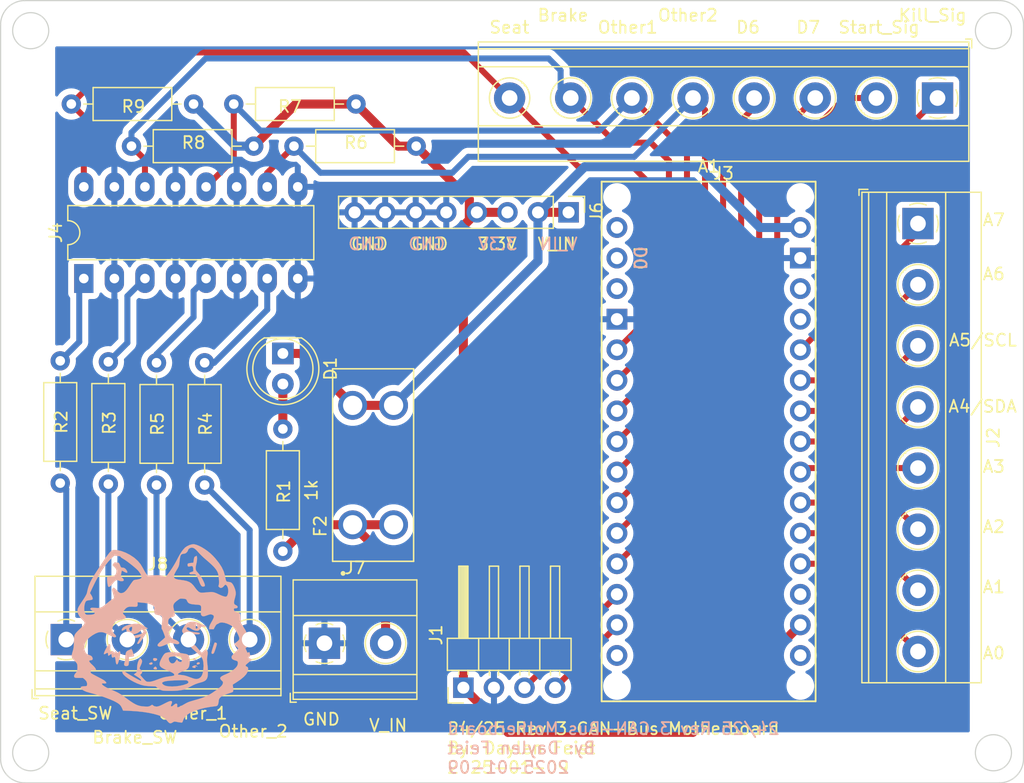
<source format=kicad_pcb>
(kicad_pcb (version 20240108) (generator "pcbnew") (generator_version "8.0")
  (layers (0 "F.Cu" signal) (31 "B.Cu" signal) (34 "B.Paste" user) (35 "F.Paste" user) (36 "B.SilkS" user "B.Silkscreen") (37 "F.SilkS" user "F.Silkscreen") (38 "B.Mask" user) (39 "F.Mask" user) (44 "Edge.Cuts" user))
  (net 0 "")
  (net 1 "Net-(D1-A)")
  (net 2 "/Input_Power/V_in_unreg")
  (net 3 "+3V3")
  (net 4 "GND")
  (net 5 "/Arduino/CAN_RX")
  (net 6 "/Arduino/CAN_TX")
  (net 7 "/Arduino/A7")
  (net 8 "/Arduino/A6")
  (net 9 "/Arduino/A5{slash}SCL")
  (net 10 "/Arduino/A4{slash}SDA")
  (net 11 "/Arduino/A3")
  (net 12 "/Arduino/A2")
  (net 13 "/Arduino/A1")
  (net 14 "/Arduino/A0")
  (net 15 "start_sig")
  (net 16 "kill_sig")
  (net 17 "/Arduino/D7")
  (net 18 "/Arduino/D6")
  (net 19 "brake_signal")
  (net 20 "seat_signal")
  (net 21 "Net-(J4-Pin_1)")
  (net 22 "Net-(J4-Pin_3)")
  (net 23 "Net-(J4-Pin_7)")
  (net 24 "/Safety Circuitry/seat_switch")
  (net 25 "/Safety Circuitry/brake_switch")
  (net 26 "Net-(J4-Pin_5)")
  (net 34 "+5V")
  (net 35 "other_sw2_sig")
  (net 36 "other_sw1_sig")
  (net 37 "VCC")
  (net 38 "/Safety Circuitry/other_sw2")
  (net 39 "/Safety Circuitry/other_sw1")
  (footprint "Resistor_THT:R_Axial_DIN0207_L6.3mm_D2.5mm_P10.16mm_Horizontal" (layer "F.Cu") (at 36.955 50.095 -90)
    (property "Reference" "R4" (at 5.08 -0.08 90) (layer "F.SilkS"))
    (property "Value" "10k")
    (pad "1" thru_hole circle (at 0 0 270) (size 1.6 1.6) (drill 0.8) (layers "*.Cu" "*.Mask") (net 23 "Net-(J4-Pin_7)"))
    (pad "2" thru_hole oval (at 10.16 0 270) (size 1.6 1.6) (drill 0.8) (layers "*.Cu" "*.Mask") (net 38 "/Safety Circuitry/other_sw2"))
  )
  (footprint "Resistor_THT:R_Axial_DIN0207_L6.3mm_D2.5mm_P10.16mm_Horizontal" (layer "F.Cu") (at 32.955 50.095 -90)
    (property "Reference" "R5" (at 5.08 -0.08 90) (layer "F.SilkS"))
    (property "Value" "10k")
    (pad "1" thru_hole circle (at 0 0 270) (size 1.6 1.6) (drill 0.8) (layers "*.Cu" "*.Mask") (net 26 "Net-(J4-Pin_5)"))
    (pad "2" thru_hole oval (at 10.16 0 270) (size 1.6 1.6) (drill 0.8) (layers "*.Cu" "*.Mask") (net 39 "/Safety Circuitry/other_sw1"))
  )
  (footprint "Resistor_THT:R_Axial_DIN0207_L6.3mm_D2.5mm_P10.16mm_Horizontal" (layer "F.Cu") (at 25.875 28.595)
    (property "Reference" "R9" (at 5.16 0.21 0) (layer "F.SilkS"))
    (property "Value" "10k")
    (pad "1" thru_hole circle (at 0 0) (size 1.6 1.6) (drill 0.8) (layers "*.Cu" "*.Mask") (net 20 "seat_signal"))
    (pad "2" thru_hole oval (at 10.16 0) (size 1.6 1.6) (drill 0.8) (layers "*.Cu" "*.Mask") (net 3 "+3V3"))
  )
  (footprint "TerminalBlock_Phoenix:TerminalBlock_Phoenix_MKDS-1,5-2-5.08_1x02_P5.08mm_Horizontal" (layer "F.Cu") (at 46.91 73.4)
    (property "Reference" "J7" (at 2.54 -6.26 0) (layer "F.SilkS"))
    (property "Value" "Conn_01x02_Pin")
    (pad "1" thru_hole rect (at 0 0) (size 2.6 2.6) (drill 1.3) (layers "*.Cu" "*.Mask") (net 4 "GND"))
    (pad "2" thru_hole circle (at 5.08 0) (size 2.6 2.6) (drill 1.3) (layers "*.Cu" "*.Mask") (net 2 "/Input_Power/V_in_unreg"))
  )
  (footprint "Package_DIP:DIP-16_W7.62mm_LongPads" (layer "F.Cu") (at 26.915 43.095 90)
    (property "Reference" "J4" (at 3.81 -2.33 90) (layer "F.SilkS"))
    (property "Value" "PC847X5J000F")
    (pad "1" thru_hole rect (at 0 0 90) (size 2.4 1.6) (drill 0.8) (layers "*.Cu" "*.Mask") (net 21 "Net-(J4-Pin_1)"))
    (pad "2" thru_hole oval (at 0 2.54 90) (size 2.4 1.6) (drill 0.8) (layers "*.Cu" "*.Mask") (net 4 "GND"))
    (pad "3" thru_hole oval (at 0 5.08 90) (size 2.4 1.6) (drill 0.8) (layers "*.Cu" "*.Mask") (net 22 "Net-(J4-Pin_3)"))
    (pad "4" thru_hole oval (at 0 7.62 90) (size 2.4 1.6) (drill 0.8) (layers "*.Cu" "*.Mask") (net 4 "GND"))
    (pad "5" thru_hole oval (at 0 10.16 90) (size 2.4 1.6) (drill 0.8) (layers "*.Cu" "*.Mask") (net 26 "Net-(J4-Pin_5)"))
    (pad "6" thru_hole oval (at 0 12.7 90) (size 2.4 1.6) (drill 0.8) (layers "*.Cu" "*.Mask") (net 4 "GND"))
    (pad "7" thru_hole oval (at 0 15.24 90) (size 2.4 1.6) (drill 0.8) (layers "*.Cu" "*.Mask") (net 23 "Net-(J4-Pin_7)"))
    (pad "8" thru_hole oval (at 0 17.78 90) (size 2.4 1.6) (drill 0.8) (layers "*.Cu" "*.Mask") (net 4 "GND"))
    (pad "9" thru_hole oval (at 7.62 17.78 90) (size 2.4 1.6) (drill 0.8) (layers "*.Cu" "*.Mask") (net 4 "GND"))
    (pad "10" thru_hole oval (at 7.62 15.24 90) (size 2.4 1.6) (drill 0.8) (layers "*.Cu" "*.Mask") (net 35 "other_sw2_sig"))
    (pad "11" thru_hole oval (at 7.62 12.7 90) (size 2.4 1.6) (drill 0.8) (layers "*.Cu" "*.Mask") (net 4 "GND"))
    (pad "12" thru_hole oval (at 7.62 10.16 90) (size 2.4 1.6) (drill 0.8) (layers "*.Cu" "*.Mask") (net 36 "other_sw1_sig"))
    (pad "13" thru_hole oval (at 7.62 7.62 90) (size 2.4 1.6) (drill 0.8) (layers "*.Cu" "*.Mask") (net 4 "GND"))
    (pad "14" thru_hole oval (at 7.62 5.08 90) (size 2.4 1.6) (drill 0.8) (layers "*.Cu" "*.Mask") (net 19 "brake_signal"))
    (pad "15" thru_hole oval (at 7.62 2.54 90) (size 2.4 1.6) (drill 0.8) (layers "*.Cu" "*.Mask") (net 4 "GND"))
    (pad "16" thru_hole oval (at 7.62 0 90) (size 2.4 1.6) (drill 0.8) (layers "*.Cu" "*.Mask") (net 20 "seat_signal"))
  )
  (footprint "TerminalBlock_Phoenix:TerminalBlock_Phoenix_MKDS-1,5-4-5.08_1x04_P5.08mm_Horizontal" (layer "F.Cu") (at 25.455 73.095)
    (property "Reference" "J8" (at 7.62 -6.26 0) (layer "F.SilkS"))
    (property "Value" "Conn_01x04_Male")
    (pad "1" thru_hole rect (at 0 0) (size 2.6 2.6) (drill 1.3) (layers "*.Cu" "*.Mask") (net 24 "/Safety Circuitry/seat_switch"))
    (pad "2" thru_hole circle (at 5.08 0) (size 2.6 2.6) (drill 1.3) (layers "*.Cu" "*.Mask") (net 25 "/Safety Circuitry/brake_switch"))
    (pad "3" thru_hole circle (at 10.16 0) (size 2.6 2.6) (drill 1.3) (layers "*.Cu" "*.Mask") (net 39 "/Safety Circuitry/other_sw1"))
    (pad "4" thru_hole circle (at 15.24 0) (size 2.6 2.6) (drill 1.3) (layers "*.Cu" "*.Mask") (net 38 "/Safety Circuitry/other_sw2"))
  )
  (footprint "Resistor_THT:R_Axial_DIN0207_L6.3mm_D2.5mm_P10.16mm_Horizontal" (layer "F.Cu") (at 24.955 49.935 -90)
    (property "Reference" "R2" (at 5.08 -0.08 90) (layer "F.SilkS"))
    (property "Value" "10k")
    (pad "1" thru_hole circle (at 0 0 270) (size 1.6 1.6) (drill 0.8) (layers "*.Cu" "*.Mask") (net 21 "Net-(J4-Pin_1)"))
    (pad "2" thru_hole oval (at 10.16 0 270) (size 1.6 1.6) (drill 0.8) (layers "*.Cu" "*.Mask") (net 24 "/Safety Circuitry/seat_switch"))
  )
  (footprint "Resistor_THT:R_Axial_DIN0207_L6.3mm_D2.5mm_P10.16mm_Horizontal" (layer "F.Cu") (at 39.375 28.595)
    (property "Reference" "R7" (at 4.66 0.21 0) (layer "F.SilkS"))
    (property "Value" "10k")
    (pad "1" thru_hole circle (at 0 0) (size 1.6 1.6) (drill 0.8) (layers "*.Cu" "*.Mask") (net 36 "other_sw1_sig"))
    (pad "2" thru_hole oval (at 10.16 0) (size 1.6 1.6) (drill 0.8) (layers "*.Cu" "*.Mask") (net 3 "+3V3"))
  )
  (footprint "Resistor_THT:R_Axial_DIN0207_L6.3mm_D2.5mm_P10.16mm_Horizontal" (layer "F.Cu") (at 28.955 50.015 -90)
    (property "Reference" "R3" (at 5.08 -0.08 90) (layer "F.SilkS"))
    (property "Value" "10k")
    (pad "1" thru_hole circle (at 0 0 270) (size 1.6 1.6) (drill 0.8) (layers "*.Cu" "*.Mask") (net 22 "Net-(J4-Pin_3)"))
    (pad "2" thru_hole oval (at 10.16 0 270) (size 1.6 1.6) (drill 0.8) (layers "*.Cu" "*.Mask") (net 25 "/Safety Circuitry/brake_switch"))
  )
  (footprint "arduino:Arduino_Nano_ESP32_Socket" (layer "F.Cu") (at 78.835 78.225)
    (property "Reference" "A1" (at 0 -44.45 0) (layer "F.SilkS"))
    (property "Value" "Arduino_Nano_ESP32_Socket")
    (fp_text user "D0" (at -5.715 -36.83 -90) (layer "B.SilkS") (effects (justify mirror)))
    (fp_text user "D0" (at -5.715 -36.83 -90) (layer "F.SilkS"))
    (pad "" np_thru_hole circle (at -7.62 -41.91) (size 1.8 1.8) (drill 1.8) (layers "F&B.Cu" "*.Mask"))
    (pad "" np_thru_hole circle (at -7.62 -1.27) (size 1.8 1.8) (drill 1.8) (layers "F&B.Cu" "*.Mask"))
    (pad "" np_thru_hole circle (at 7.62 -41.91) (size 1.8 1.8) (drill 1.8) (layers "F&B.Cu" "*.Mask"))
    (pad "" np_thru_hole circle (at 7.62 -1.27) (size 1.8 1.8) (drill 1.8) (layers "F&B.Cu" "*.Mask"))
    (pad "3V3" thru_hole circle (at 7.62 -6.35) (size 1.7272 1.7272) (drill 1.016) (layers "*.Cu" "*.Mask") (net 3 "+3V3"))
    (pad "5V" thru_hole circle (at 7.62 -31.75) (size 1.7272 1.7272) (drill 1.016) (layers "*.Cu" "*.Mask") (net 34 "+5V"))
    (pad "A0" thru_hole circle (at 7.62 -11.43) (size 1.7272 1.7272) (drill 1.016) (layers "*.Cu" "*.Mask") (net 14 "/Arduino/A0"))
    (pad "A1" thru_hole circle (at 7.62 -13.97) (size 1.7272 1.7272) (drill 1.016) (layers "*.Cu" "*.Mask") (net 13 "/Arduino/A1"))
    (pad "A2" thru_hole circle (at 7.62 -16.51) (size 1.7272 1.7272) (drill 1.016) (layers "*.Cu" "*.Mask") (net 12 "/Arduino/A2"))
    (pad "A3" thru_hole circle (at 7.62 -19.05) (size 1.7272 1.7272) (drill 1.016) (layers "*.Cu" "*.Mask") (net 11 "/Arduino/A3"))
    (pad "A4" thru_hole circle (at 7.62 -21.59) (size 1.7272 1.7272) (drill 1.016) (layers "*.Cu" "*.Mask") (net 10 "/Arduino/A4{slash}SDA"))
    (pad "A5" thru_hole circle (at 7.62 -24.13) (size 1.7272 1.7272) (drill 1.016) (layers "*.Cu" "*.Mask") (net 9 "/Arduino/A5{slash}SCL"))
    (pad "A6" thru_hole circle (at 7.62 -26.67) (size 1.7272 1.7272) (drill 1.016) (layers "*.Cu" "*.Mask") (net 8 "/Arduino/A6"))
    (pad "A7" thru_hole circle (at 7.62 -29.21) (size 1.7272 1.7272) (drill 1.016) (layers "*.Cu" "*.Mask") (net 7 "/Arduino/A7"))
    (pad "B0" thru_hole circle (at 7.62 -8.89) (size 1.7272 1.7272) (drill 1.016) (layers "*.Cu" "*.Mask"))
    (pad "B1" thru_hole circle (at 7.62 -34.29) (size 1.7272 1.7272) (drill 1.016) (layers "*.Cu" "*.Mask"))
    (pad "D0" thru_hole circle (at -7.62 -36.83) (size 1.7272 1.7272) (drill 1.016) (layers "*.Cu" "*.Mask"))
    (pad "D1" thru_hole circle (at -7.62 -39.37) (size 1.7272 1.7272) (drill 1.016) (layers "*.Cu" "*.Mask"))
    (pad "D2" thru_hole circle (at -7.62 -29.21) (size 1.7272 1.7272) (drill 1.016) (layers "*.Cu" "*.Mask") (net 20 "seat_signal"))
    (pad "D3" thru_hole circle (at -7.62 -26.67) (size 1.7272 1.7272) (drill 1.016) (layers "*.Cu" "*.Mask") (net 19 "brake_signal"))
    (pad "D4" thru_hole circle (at -7.62 -24.13) (size 1.7272 1.7272) (drill 1.016) (layers "*.Cu" "*.Mask") (net 36 "other_sw1_sig"))
    (pad "D5" thru_hole circle (at -7.62 -21.59) (size 1.7272 1.7272) (drill 1.016) (layers "*.Cu" "*.Mask") (net 35 "other_sw2_sig"))
    (pad "D6" thru_hole circle (at -7.62 -19.05) (size 1.7272 1.7272) (drill 1.016) (layers "*.Cu" "*.Mask") (net 18 "/Arduino/D6"))
    (pad "D7" thru_hole circle (at -7.62 -16.51) (size 1.7272 1.7272) (drill 1.016) (layers "*.Cu" "*.Mask") (net 17 "/Arduino/D7"))
    (pad "D8" thru_hole circle (at -7.62 -13.97) (size 1.7272 1.7272) (drill 1.016) (layers "*.Cu" "*.Mask") (net 15 "start_sig"))
    (pad "D9" thru_hole circle (at -7.62 -11.43) (size 1.7272 1.7272) (drill 1.016) (layers "*.Cu" "*.Mask") (net 16 "kill_sig"))
    (pad "D10" thru_hole circle (at -7.62 -8.89) (size 1.7272 1.7272) (drill 1.016) (layers "*.Cu" "*.Mask") (net 5 "/Arduino/CAN_RX"))
    (pad "D11" thru_hole circle (at -7.62 -6.35) (size 1.7272 1.7272) (drill 1.016) (layers "*.Cu" "*.Mask") (net 6 "/Arduino/CAN_TX"))
    (pad "D12" thru_hole circle (at -7.62 -3.81) (size 1.7272 1.7272) (drill 1.016) (layers "*.Cu" "*.Mask"))
    (pad "D13" thru_hole circle (at 7.62 -3.81) (size 1.7272 1.7272) (drill 1.016) (layers "*.Cu" "*.Mask"))
    (pad "GND1" thru_hole rect (at -7.62 -31.75) (size 1.7272 1.7272) (drill 1.016) (layers "*.Cu" "*.Mask") (net 4 "GND"))
    (pad "GND2" thru_hole rect (at 7.62 -36.83) (size 1.7272 1.7272) (drill 1.016) (layers "*.Cu" "*.Mask") (net 4 "GND"))
    (pad "RST" thru_hole circle (at -7.62 -34.29) (size 1.7272 1.7272) (drill 1.016) (layers "*.Cu" "*.Mask"))
    (pad "VIN" thru_hole circle (at 7.62 -39.37) (size 1.7272 1.7272) (drill 1.016) (layers "*.Cu" "*.Mask") (net 37 "VCC"))
  )
  (footprint "Resistor_THT:R_Axial_DIN0207_L6.3mm_D2.5mm_P10.16mm_Horizontal" (layer "F.Cu") (at 43.455 65.755 90)
    (property "Reference" "R1" (at 4.95 0.08 90) (layer "F.SilkS"))
    (property "Value" "1k" (at 5.08 2.37 90) (layer "F.SilkS"))
    (pad "1" thru_hole circle (at 0 0 90) (size 1.6 1.6) (drill 0.8) (layers "*.Cu" "*.Mask") (net 2 "/Input_Power/V_in_unreg"))
    (pad "2" thru_hole oval (at 10.16 0 90) (size 1.6 1.6) (drill 0.8) (layers "*.Cu" "*.Mask") (net 1 "Net-(D1-A)"))
  )
  (footprint "fuse:FUSE_3568" (layer "F.Cu") (at 50.955 58.595 90)
    (property "Reference" "F2" (at -5.075 -4.385 90) (layer "F.SilkS"))
    (property "Value" "3568")
    (pad "1" thru_hole circle (at -4.96 -1.7 90) (size 2.4 2.4) (drill 1.6) (layers "*.Cu" "*.Mask") (net 2 "/Input_Power/V_in_unreg"))
    (pad "2" thru_hole circle (at 4.96 -1.7 90) (size 2.4 2.4) (drill 1.6) (layers "*.Cu" "*.Mask") (net 37 "VCC"))
    (pad "3" thru_hole circle (at -4.96 1.7 90) (size 2.4 2.4) (drill 1.6) (layers "*.Cu" "*.Mask") (net 2 "/Input_Power/V_in_unreg"))
    (pad "4" thru_hole circle (at 4.96 1.7 90) (size 2.4 2.4) (drill 1.6) (layers "*.Cu" "*.Mask") (net 37 "VCC"))
  )
  (footprint "Connector_PinHeader_2.54mm:PinHeader_1x04_P2.54mm_Horizontal" (layer "F.Cu") (at 58.455 77.095 90)
    (property "Reference" "J1" (at 4.385 -2.27 90) (layer "F.SilkS"))
    (property "Value" "Conn_01x04_Pin")
    (pad "1" thru_hole rect (at 0 0 90) (size 1.7 1.7) (drill 1) (layers "*.Cu" "*.Mask") (net 3 "+3V3"))
    (pad "2" thru_hole oval (at 0 2.54 90) (size 1.7 1.7) (drill 1) (layers "*.Cu" "*.Mask") (net 4 "GND"))
    (pad "3" thru_hole oval (at 0 5.08 90) (size 1.7 1.7) (drill 1) (layers "*.Cu" "*.Mask") (net 5 "/Arduino/CAN_RX"))
    (pad "4" thru_hole oval (at 0 7.62 90) (size 1.7 1.7) (drill 1) (layers "*.Cu" "*.Mask") (net 6 "/Arduino/CAN_TX"))
  )
  (footprint "TerminalBlock_Phoenix:TerminalBlock_Phoenix_MKDS-1,5-8-5.08_1x08_P5.08mm_Horizontal" (layer "F.Cu") (at 97.855 28.095 180)
    (property "Reference" "J3" (at 17.78 -6.26 0) (layer "F.SilkS"))
    (property "Value" "Conn_01x08_Male")
    (pad "1" thru_hole rect (at 0 0 180) (size 2.6 2.6) (drill 1.3) (layers "*.Cu" "*.Mask") (net 16 "kill_sig"))
    (pad "2" thru_hole circle (at 5.08 0 180) (size 2.6 2.6) (drill 1.3) (layers "*.Cu" "*.Mask") (net 15 "start_sig"))
    (pad "3" thru_hole circle (at 10.16 0 180) (size 2.6 2.6) (drill 1.3) (layers "*.Cu" "*.Mask") (net 17 "/Arduino/D7"))
    (pad "4" thru_hole circle (at 15.24 0 180) (size 2.6 2.6) (drill 1.3) (layers "*.Cu" "*.Mask") (net 18 "/Arduino/D6"))
    (pad "5" thru_hole circle (at 20.32 0 180) (size 2.6 2.6) (drill 1.3) (layers "*.Cu" "*.Mask") (net 35 "other_sw2_sig"))
    (pad "6" thru_hole circle (at 25.4 0 180) (size 2.6 2.6) (drill 1.3) (layers "*.Cu" "*.Mask") (net 36 "other_sw1_sig"))
    (pad "7" thru_hole circle (at 30.48 0 180) (size 2.6 2.6) (drill 1.3) (layers "*.Cu" "*.Mask") (net 19 "brake_signal"))
    (pad "8" thru_hole circle (at 35.56 0 180) (size 2.6 2.6) (drill 1.3) (layers "*.Cu" "*.Mask") (net 20 "seat_signal"))
  )
  (footprint "Resistor_THT:R_Axial_DIN0207_L6.3mm_D2.5mm_P10.16mm_Horizontal" (layer "F.Cu") (at 30.875 32.095)
    (property "Reference" "R8" (at 5.16 -0.29 0) (layer "F.SilkS"))
    (property "Value" "10k")
    (pad "1" thru_hole circle (at 0 0) (size 1.6 1.6) (drill 0.8) (layers "*.Cu" "*.Mask") (net 19 "brake_signal"))
    (pad "2" thru_hole oval (at 10.16 0) (size 1.6 1.6) (drill 0.8) (layers "*.Cu" "*.Mask") (net 3 "+3V3"))
  )
  (footprint "Resistor_THT:R_Axial_DIN0207_L6.3mm_D2.5mm_P10.16mm_Horizontal" (layer "F.Cu") (at 44.375 32.095)
    (property "Reference" "R6" (at 5.16 -0.29 0) (layer "F.SilkS"))
    (property "Value" "10k")
    (pad "1" thru_hole circle (at 0 0) (size 1.6 1.6) (drill 0.8) (layers "*.Cu" "*.Mask") (net 35 "other_sw2_sig"))
    (pad "2" thru_hole oval (at 10.16 0) (size 1.6 1.6) (drill 0.8) (layers "*.Cu" "*.Mask") (net 3 "+3V3"))
  )
  (footprint "Connector_PinHeader_2.54mm:PinHeader_1x08_P2.54mm_Vertical" (layer "F.Cu") (at 67.195 37.595 -90)
    (property "Reference" "J6" (at 0 -2.33 90) (layer "F.SilkS"))
    (property "Value" "Conn_01x08_Pin")
    (pad "1" thru_hole rect (at 0 0 270) (size 1.7 1.7) (drill 1) (layers "*.Cu" "*.Mask") (net 37 "VCC"))
    (pad "2" thru_hole oval (at 0 2.54 270) (size 1.7 1.7) (drill 1) (layers "*.Cu" "*.Mask") (net 37 "VCC"))
    (pad "3" thru_hole oval (at 0 5.08 270) (size 1.7 1.7) (drill 1) (layers "*.Cu" "*.Mask") (net 3 "+3V3"))
    (pad "4" thru_hole oval (at 0 7.62 270) (size 1.7 1.7) (drill 1) (layers "*.Cu" "*.Mask") (net 3 "+3V3"))
    (pad "5" thru_hole oval (at 0 10.16 270) (size 1.7 1.7) (drill 1) (layers "*.Cu" "*.Mask") (net 4 "GND"))
    (pad "6" thru_hole oval (at 0 12.7 270) (size 1.7 1.7) (drill 1) (layers "*.Cu" "*.Mask") (net 4 "GND"))
    (pad "7" thru_hole oval (at 0 15.24 270) (size 1.7 1.7) (drill 1) (layers "*.Cu" "*.Mask") (net 4 "GND"))
    (pad "8" thru_hole oval (at 0 17.78 270) (size 1.7 1.7) (drill 1) (layers "*.Cu" "*.Mask") (net 4 "GND"))
  )
  (footprint "LED_THT:LED_D5.0mm" (layer "F.Cu") (at 43.455 49.32 -90)
    (property "Reference" "D1" (at 1.27 -3.96 90) (layer "F.SilkS"))
    (property "Value" "LED")
    (pad "1" thru_hole rect (at 0 0 270) (size 1.8 1.8) (drill 0.9) (layers "*.Cu" "*.Mask") (net 37 "VCC"))
    (pad "2" thru_hole circle (at 2.54 0 270) (size 1.8 1.8) (drill 0.9) (layers "*.Cu" "*.Mask") (net 1 "Net-(D1-A)"))
  )
  (footprint "TerminalBlock_Phoenix:TerminalBlock_Phoenix_MKDS-1,5-8-5.08_1x08_P5.08mm_Horizontal" (layer "F.Cu") (at 96.23 38.525 -90)
    (property "Reference" "J2" (at 17.78 -6.26 90) (layer "F.SilkS"))
    (property "Value" "Conn_01x08_Male")
    (pad "1" thru_hole rect (at 0 0 270) (size 2.6 2.6) (drill 1.3) (layers "*.Cu" "*.Mask") (net 7 "/Arduino/A7"))
    (pad "2" thru_hole circle (at 5.08 0 270) (size 2.6 2.6) (drill 1.3) (layers "*.Cu" "*.Mask") (net 8 "/Arduino/A6"))
    (pad "3" thru_hole circle (at 10.16 0 270) (size 2.6 2.6) (drill 1.3) (layers "*.Cu" "*.Mask") (net 9 "/Arduino/A5{slash}SCL"))
    (pad "4" thru_hole circle (at 15.24 0 270) (size 2.6 2.6) (drill 1.3) (layers "*.Cu" "*.Mask") (net 10 "/Arduino/A4{slash}SDA"))
    (pad "5" thru_hole circle (at 20.32 0 270) (size 2.6 2.6) (drill 1.3) (layers "*.Cu" "*.Mask") (net 11 "/Arduino/A3"))
    (pad "6" thru_hole circle (at 25.4 0 270) (size 2.6 2.6) (drill 1.3) (layers "*.Cu" "*.Mask") (net 12 "/Arduino/A2"))
    (pad "7" thru_hole circle (at 30.48 0 270) (size 2.6 2.6) (drill 1.3) (layers "*.Cu" "*.Mask") (net 13 "/Arduino/A1"))
    (pad "8" thru_hole circle (at 35.56 0 270) (size 2.6 2.6) (drill 1.3) (layers "*.Cu" "*.Mask") (net 14 "/Arduino/A0"))
  )
  (footprint "Husky Head Graphic:Husky_Head" (layer "B.Cu") (at 33.075 72.79 180)
    (property "Reference" "G***" (hide yes))
    (property "Value" "LOGO" (hide yes))
  )
  (gr_line (start 22 20) (end 103 20) (stroke (width 0.1)) (layer "Edge.Cuts"))
  (gr_arc (start 103 20) (mid 104.414214 20.585786) (end 105 22) (stroke (width 0.1)) (layer "Edge.Cuts"))
  (gr_circle (center 22.5 82.5) (end 24 82.5) (stroke (width 0.1)) (fill none) (layer "Edge.Cuts"))
  (gr_circle (center 102.5 22.5) (end 104 22.5) (stroke (width 0.1)) (fill none) (layer "Edge.Cuts"))
  (gr_circle (center 22.5 22.5) (end 24 22.5) (stroke (width 0.1)) (fill none) (layer "Edge.Cuts"))
  (gr_arc (start 22 85) (mid 20.585786 84.414214) (end 20 83) (stroke (width 0.1)) (layer "Edge.Cuts"))
  (gr_line (start 20 83) (end 20 22) (stroke (width 0.1)) (layer "Edge.Cuts"))
  (gr_line (start 105 22) (end 105 83) (stroke (width 0.1)) (layer "Edge.Cuts"))
  (gr_line (start 103 85) (end 22 85) (stroke (width 0.1)) (layer "Edge.Cuts"))
  (gr_arc (start 105 83) (mid 104.414214 84.414214) (end 103 85) (stroke (width 0.1)) (layer "Edge.Cuts"))
  (gr_arc (start 20 22) (mid 20.585786 20.585786) (end 22 20) (stroke (width 0.1)) (layer "Edge.Cuts"))
  (gr_circle (center 102.5 82.5) (end 104 82.5) (stroke (width 0.1)) (fill none) (layer "Edge.Cuts"))
  (gr_text "GND" (at 52.035 40.805 -0) (layer "B.SilkS") (effects (font (size 1 1)) (justify left bottom mirror)))
  (gr_text "V_IN" (at 68.035 40.805 -0) (layer "B.SilkS") (effects (font (size 1 1)) (justify left bottom mirror)))
  (gr_text "3.3V" (at 63.035 40.805 -0) (layer "B.SilkS") (effects (font (size 1 1)) (justify left bottom mirror)))
  (gr_text "24/25 Rev 3 CAN-Bus Motherboard\nBy: Daylen Feist\n2025-01-09\n" (at 57.035 84.305 0) (layer "B.SilkS") (effects (font (size 1 1)) (justify right bottom mirror)))
  (gr_text "GND" (at 57.035 40.805 -0) (layer "B.SilkS") (effects (font (size 1 1)) (justify left bottom mirror)))
  (gr_text "A3" (at 103.535 59.305 0) (layer "F.SilkS") (effects (font (size 1 1)) (justify right bottom)))
  (gr_text "A1\n" (at 103.535 69.305 0) (layer "F.SilkS") (effects (font (size 1 1)) (justify right bottom)))
  (gr_text "A6" (at 103.535 43.305 0) (layer "F.SilkS") (effects (font (size 1 1)) (justify right bottom)))
  (gr_text "Other_1\n" (at 33.035 79.805 0) (layer "F.SilkS") (effects (font (size 1 1)) (justify left bottom)))
  (gr_text "A7" (at 103.535 38.805 0) (layer "F.SilkS") (effects (font (size 1 1)) (justify right bottom)))
  (gr_text "A0\n" (at 103.535 74.805 0) (layer "F.SilkS") (effects (font (size 1 1)) (justify right bottom)))
  (gr_text "GND" (at 45.035 80.305 0) (layer "F.SilkS") (effects (font (size 1 1)) (justify left bottom)))
  (gr_text "Brake\n" (at 64.535 21.805 0) (layer "F.SilkS") (effects (font (size 1 1)) (justify left bottom)))
  (gr_text "Seat" (at 60.535 22.805 0) (layer "F.SilkS") (effects (font (size 1 1)) (justify left bottom)))
  (gr_text "GND" (at 49.035 40.805 0) (layer "F.SilkS") (effects (font (size 1 1)) (justify left bottom)))
  (gr_text "D6" (at 81.035 22.805 0) (layer "F.SilkS") (effects (font (size 1 1)) (justify left bottom)))
  (gr_text "V_IN" (at 64.535 40.805 0) (layer "F.SilkS") (effects (font (size 1 1)) (justify left bottom)))
  (gr_text "Other2\n" (at 74.535 21.805 0) (layer "F.SilkS") (effects (font (size 1 1)) (justify left bottom)))
  (gr_text "Kill_Sig\n" (at 94.535 21.805 0) (layer "F.SilkS") (effects (font (size 1 1)) (justify left bottom)))
  (gr_text "Start_Sig\n" (at 89.535 22.805 0) (layer "F.SilkS") (effects (font (size 1 1)) (justify left bottom)))
  (gr_text "Seat_SW\n" (at 23.035 79.805 0) (layer "F.SilkS") (effects (font (size 1 1)) (justify left bottom)))
  (gr_text "3.3V" (at 59.535 40.805 0) (layer "F.SilkS") (effects (font (size 1 1)) (justify left bottom)))
  (gr_text "D7\n" (at 86.035 22.805 0) (layer "F.SilkS") (effects (font (size 1 1)) (justify left bottom)))
  (gr_text "Brake_SW\n" (at 27.535 81.805 0) (layer "F.SilkS") (effects (font (size 1 1)) (justify left bottom)))
  (gr_text "24/25 Rev 3 CAN-Bus Motherboard\nBy: Daylen Feist\n2025-01-09\n" (at 57.035 84.305 0) (layer "F.SilkS") (effects (font (size 1 1)) (justify left bottom)))
  (gr_text "A2\n" (at 103.535 64.305 0) (layer "F.SilkS") (effects (font (size 1 1)) (justify right bottom)))
  (gr_text "GND" (at 54.035 40.805 0) (layer "F.SilkS") (effects (font (size 1 1)) (justify left bottom)))
  (gr_text "Other1" (at 69.535 22.805 0) (layer "F.SilkS") (effects (font (size 1 1)) (justify left bottom)))
  (gr_text "A4/SDA\n" (at 104.535 54.305 0) (layer "F.SilkS") (effects (font (size 1 1)) (justify right bottom)))
  (gr_text "Other_2" (at 38.035 81.305 0) (layer "F.SilkS") (effects (font (size 1 1)) (justify left bottom)))
  (gr_text "A5/SCL\n" (at 104.535 48.805 0) (layer "F.SilkS") (effects (font (size 1 1)) (justify right bottom)))
  (gr_text "V_IN" (at 50.535 80.805 0) (layer "F.SilkS") (effects (font (size 1 1)) (justify left bottom)))
  (segment (start 43.455 51.86) (end 43.455 55.595) (width 0.75) (layer "F.Cu") (net 1))
  (segment (start 49.255 63.555) (end 52.655 63.555) (width 0.75) (layer "F.Cu") (net 2))
  (segment (start 51.99 66.29) (end 49.255 63.555) (width 0.75) (layer "F.Cu") (net 2))
  (segment (start 49.255 63.555) (end 45.655 63.555) (width 0.75) (layer "F.Cu") (net 2))
  (segment (start 45.655 63.555) (end 43.455 65.755) (width 0.75) (layer "F.Cu") (net 2))
  (segment (start 51.99 73.4) (end 51.99 66.29) (width 0.75) (layer "F.Cu") (net 2))
  (segment (start 58.455 38.715) (end 58.95 38.22) (width 0.75) (layer "F.Cu") (net 3))
  (segment (start 58.95 36.51) (end 54.535 32.095) (width 0.75) (layer "F.Cu") (net 3))
  (segment (start 58.95 38.22) (end 58.95 36.51) (width 0.75) (layer "F.Cu") (net 3))
  (segment (start 62.165 80.805) (end 77.525 80.805) (width 0.75) (layer "F.Cu") (net 3))
  (segment (start 54.535 32.095) (end 53.035 32.095) (width 0.75) (layer "F.Cu") (net 3))
  (segment (start 53.035 32.095) (end 49.535 28.595) (width 0.75) (layer "F.Cu") (net 3))
  (segment (start 58.455 38.715) (end 59.575 37.595) (width 0.75) (layer "F.Cu") (net 3))
  (segment (start 77.525 80.805) (end 86.455 71.875) (width 0.75) (layer "F.Cu") (net 3))
  (segment (start 58.455 77.095) (end 58.455 38.715) (width 0.75) (layer "F.Cu") (net 3))
  (segment (start 58.455 77.095) (end 62.165 80.805) (width 0.75) (layer "F.Cu") (net 3))
  (segment (start 59.575 37.595) (end 62.115 37.595) (width 0.75) (layer "F.Cu") (net 3))
  (segment (start 49.535 28.595) (end 44.535 28.595) (width 0.75) (layer "F.Cu") (net 3))
  (segment (start 44.535 28.595) (end 41.035 32.095) (width 0.75) (layer "F.Cu") (net 3))
  (segment (start 39.535 32.095) (end 36.035 28.595) (width 0.75) (layer "B.Cu") (net 3))
  (segment (start 41.035 32.095) (end 39.535 32.095) (width 0.75) (layer "B.Cu") (net 3))
  (segment (start 71.215 69.415) (end 71.215 69.335) (width 0.5) (layer "F.Cu") (net 5))
  (segment (start 63.535 77.095) (end 71.215 69.415) (width 0.5) (layer "F.Cu") (net 5))
  (segment (start 66.075 77.095) (end 71.215 71.955) (width 0.5) (layer "F.Cu") (net 6))
  (segment (start 71.215 71.955) (end 71.215 71.875) (width 0.5) (layer "F.Cu") (net 6))
  (segment (start 96.23 38.525) (end 96.23 39.24) (width 0.5) (layer "F.Cu") (net 7))
  (segment (start 96.23 39.24) (end 86.455 49.015) (width 0.5) (layer "F.Cu") (net 7))
  (segment (start 88.28 51.555) (end 86.455 51.555) (width 0.5) (layer "F.Cu") (net 8))
  (segment (start 96.23 43.605) (end 88.28 51.555) (width 0.5) (layer "F.Cu") (net 8))
  (segment (start 96.23 48.685) (end 90.82 54.095) (width 0.5) (layer "F.Cu") (net 9))
  (segment (start 90.82 54.095) (end 86.455 54.095) (width 0.5) (layer "F.Cu") (net 9))
  (segment (start 96.23 53.765) (end 93.36 56.635) (width 0.5) (layer "F.Cu") (net 10))
  (segment (start 93.36 56.635) (end 86.455 56.635) (width 0.5) (layer "F.Cu") (net 10))
  (segment (start 86.785 58.845) (end 86.455 59.175) (width 0.5) (layer "F.Cu") (net 11))
  (segment (start 96.23 58.845) (end 86.785 58.845) (width 0.5) (layer "F.Cu") (net 11))
  (segment (start 94.02 61.715) (end 96.23 63.925) (width 0.5) (layer "F.Cu") (net 12))
  (segment (start 86.455 61.715) (end 94.02 61.715) (width 0.5) (layer "F.Cu") (net 12))
  (segment (start 86.455 64.255) (end 91.48 64.255) (width 0.5) (layer "F.Cu") (net 13))
  (segment (start 91.48 64.255) (end 96.23 69.005) (width 0.5) (layer "F.Cu") (net 13))
  (segment (start 88.94 66.795) (end 96.23 74.085) (width 0.5) (layer "F.Cu") (net 14))
  (segment (start 86.455 66.795) (end 88.94 66.795) (width 0.5) (layer "F.Cu") (net 14))
  (segment (start 90.169874 28.095) (end 83.035 35.229874) (width 0.5) (layer "F.Cu") (net 15))
  (segment (start 83.035 52.435) (end 71.215 64.255) (width 0.5) (layer "F.Cu") (net 15))
  (segment (start 83.035 35.229874) (end 83.035 52.435) (width 0.5) (layer "F.Cu") (net 15))
  (segment (start 92.775 28.095) (end 90.169874 28.095) (width 0.5) (layer "F.Cu") (net 15))
  (segment (start 84.535 36.255101) (end 84.535 53.475) (width 0.5) (layer "F.Cu") (net 16))
  (segment (start 86.985101 33.805) (end 84.535 36.255101) (width 0.5) (layer "F.Cu") (net 16))
  (segment (start 97.855 28.095) (end 92.145 33.805) (width 0.5) (layer "F.Cu") (net 16))
  (segment (start 84.535 53.475) (end 71.215 66.795) (width 0.5) (layer "F.Cu") (net 16))
  (segment (start 92.145 33.805) (end 86.985101 33.805) (width 0.5) (layer "F.Cu") (net 16))
  (segment (start 87.695 28.095) (end 81.535 34.255) (width 0.5) (layer "F.Cu") (net 17))
  (segment (start 81.535 51.395) (end 71.215 61.715) (width 0.5) (layer "F.Cu") (net 17))
  (segment (start 81.535 34.255) (end 81.535 51.395) (width 0.5) (layer "F.Cu") (net 17))
  (segment (start 82.615 28.885) (end 80.035 31.465) (width 0.5) (layer "F.Cu") (net 18))
  (segment (start 80.035 31.465) (end 80.035 50.355) (width 0.5) (layer "F.Cu") (net 18))
  (segment (start 80.035 50.355) (end 71.215 59.175) (width 0.5) (layer "F.Cu") (net 18))
  (segment (start 82.615 28.095) (end 82.615 28.885) (width 0.5) (layer "F.Cu") (net 18))
  (segment (start 67.375 28.095) (end 71.085 31.805) (width 0.5) (layer "F.Cu") (net 19))
  (segment (start 71.085 31.805) (end 74.035 31.805) (width 0.5) (layer "F.Cu") (net 19))
  (segment (start 75.535 47.235) (end 71.215 51.555) (width 0.5) (layer "F.Cu") (net 19))
  (segment (start 75.535 33.305) (end 75.535 47.235) (width 0.5) (layer "F.Cu") (net 19))
  (segment (start 31.995 35.475) (end 31.995 33.215) (width 0.5) (layer "F.Cu") (net 19))
  (segment (start 74.035 31.805) (end 75.535 33.305) (width 0.5) (layer "F.Cu") (net 19))
  (segment (start 31.995 33.215) (end 30.875 32.095) (width 0.5) (layer "F.Cu") (net 19))
  (segment (start 66.535 27.255) (end 67.375 28.095) (width 0.5) (layer "B.Cu") (net 19))
  (segment (start 65.535 24.805) (end 66.535 25.805) (width 0.5) (layer "B.Cu") (net 19))
  (segment (start 30.875 32.095) (end 30.875 30.96363) (width 0.5) (layer "B.Cu") (net 19))
  (segment (start 30.875 30.96363) (end 37.03363 24.805) (width 0.5) (layer "B.Cu") (net 19))
  (segment (start 66.535 25.805) (end 66.535 27.255) (width 0.5) (layer "B.Cu") (net 19))
  (segment (start 37.03363 24.805) (end 65.535 24.805) (width 0.5) (layer "B.Cu") (net 19))
  (segment (start 68.005 33.805) (end 72.535 33.805) (width 0.5) (layer "F.Cu") (net 20))
  (segment (start 26.915 29.635) (end 25.875 28.595) (width 0.5) (layer "F.Cu") (net 20))
  (segment (start 62.295 28.095) (end 68.005 33.805) (width 0.5) (layer "F.Cu") (net 20))
  (segment (start 74.035 35.305) (end 74.035 46.195) (width 0.5) (layer "F.Cu") (net 20))
  (segment (start 25.875 28.595) (end 30.165 24.305) (width 0.5) (layer "F.Cu") (net 20))
  (segment (start 74.035 46.195) (end 71.215 49.015) (width 0.5) (layer "F.Cu") (net 20))
  (segment (start 30.165 24.305) (end 58.505 24.305) (width 0.5) (layer "F.Cu") (net 20))
  (segment (start 58.505 24.305) (end 62.295 28.095) (width 0.5) (layer "F.Cu") (net 20))
  (segment (start 72.535 33.805) (end 74.035 35.305) (width 0.5) (layer "F.Cu") (net 20))
  (segment (start 26.915 35.475) (end 26.915 29.635) (width 0.5) (layer "F.Cu") (net 20))
  (segment (start 26.535 43.475) (end 26.915 43.095) (width 0.5) (layer "B.Cu") (net 21))
  (segment (start 26.535 48.355) (end 26.535 43.475) (width 0.5) (layer "B.Cu") (net 21))
  (segment (start 24.955 49.935) (end 26.535 48.355) (width 0.5) (layer "B.Cu") (net 21))
  (segment (start 28.955 50.015) (end 30.535 48.435) (width 0.5) (layer "B.Cu") (net 22))
  (segment (start 30.535 44.555) (end 31.995 43.095) (width 0.5) (layer "B.Cu") (net 22))
  (segment (start 30.535 48.435) (end 30.535 44.555) (width 0.5) (layer "B.Cu") (net 22))
  (segment (start 37.745 50.095) (end 42.155 45.685) (width 0.5) (layer "B.Cu") (net 23))
  (segment (start 42.155 45.685) (end 42.155 43.095) (width 0.5) (layer "B.Cu") (net 23))
  (segment (start 36.955 50.095) (end 37.745 50.095) (width 0.5) (layer "B.Cu") (net 23))
  (segment (start 25.455 73.095) (end 25.455 60.595) (width 0.5) (layer "B.Cu") (net 24))
  (segment (start 25.455 60.595) (end 24.955 60.095) (width 0.5) (layer "B.Cu") (net 24))
  (segment (start 28.955 71.515) (end 30.535 73.095) (width 0.5) (layer "B.Cu") (net 25))
  (segment (start 28.955 60.175) (end 28.955 71.515) (width 0.5) (layer "B.Cu") (net 25))
  (segment (start 32.955 49.385) (end 36.035 46.305) (width 0.5) (layer "B.Cu") (net 26))
  (segment (start 36.035 46.305) (end 36.035 44.135) (width 0.5) (layer "B.Cu") (net 26))
  (segment (start 32.955 50.095) (end 32.955 49.385) (width 0.5) (layer "B.Cu") (net 26))
  (segment (start 36.035 44.135) (end 37.075 43.095) (width 0.5) (layer "B.Cu") (net 26))
  (segment (start 77.535 28.095) (end 78.535 29.095) (width 0.5) (layer "F.Cu") (net 35))
  (segment (start 42.155 34.315) (end 44.375 32.095) (width 0.5) (layer "F.Cu") (net 35))
  (segment (start 42.155 35.475) (end 42.155 34.315) (width 0.5) (layer "F.Cu") (net 35))
  (segment (start 78.535 29.095) (end 78.535 49.315) (width 0.5) (layer "F.Cu") (net 35))
  (segment (start 78.535 49.315) (end 71.215 56.635) (width 0.5) (layer "F.Cu") (net 35))
  (segment (start 72.65 32.98) (end 77.535 28.095) (width 0.5) (layer "B.Cu") (net 35))
  (segment (start 58.86 32.98) (end 72.65 32.98) (width 0.5) (layer "B.Cu") (net 35))
  (segment (start 57.535 34.305) (end 58.86 32.98) (width 0.5) (layer "B.Cu") (net 35))
  (segment (start 46.585 34.305) (end 57.535 34.305) (width 0.5) (layer "B.Cu") (net 35))
  (segment (start 44.375 32.095) (end 46.585 34.305) (width 0.5) (layer "B.Cu") (net 35))
  (segment (start 77.035 48.275) (end 71.215 54.095) (width 0.5) (layer "F.Cu") (net 36))
  (segment (start 39.375 33.175) (end 37.075 35.475) (width 0.5) (layer "F.Cu") (net 36))
  (segment (start 77.035 32.675) (end 77.035 48.275) (width 0.5) (layer "F.Cu") (net 36))
  (segment (start 39.375 28.595) (end 39.375 33.175) (width 0.5) (layer "F.Cu") (net 36))
  (segment (start 72.455 28.095) (end 77.035 32.675) (width 0.5) (layer "F.Cu") (net 36))
  (segment (start 69.745 30.805) (end 72.455 28.095) (width 0.5) (layer "B.Cu") (net 36))
  (segment (start 41.585 30.805) (end 69.745 30.805) (width 0.5) (layer "B.Cu") (net 36))
  (segment (start 39.375 28.595) (end 41.585 30.805) (width 0.5) (layer "B.Cu") (net 36))
  (segment (start 43.455 49.32) (end 44.94 49.32) (width 0.75) (layer "F.Cu") (net 37))
  (segment (start 44.94 49.32) (end 49.255 53.635) (width 0.75) (layer "F.Cu") (net 37))
  (segment (start 64.655 37.595) (end 67.195 37.595) (width 0.75) (layer "F.Cu") (net 37))
  (segment (start 52.655 53.635) (end 49.255 53.635) (width 0.75) (layer "F.Cu") (net 37))
  (segment (start 64.655 37.685) (end 68.535 33.805) (width 0.75) (layer "B.Cu") (net 37))
  (segment (start 68.535 33.805) (end 78.035 33.805) (width 0.75) (layer "B.Cu") (net 37))
  (segment (start 64.655 41.635) (end 64.655 37.595) (width 0.75) (layer "B.Cu") (net 37))
  (segment (start 78.035 33.805) (end 83.085 38.855) (width 0.75) (layer "B.Cu") (net 37))
  (segment (start 83.085 38.855) (end 86.455 38.855) (width 0.75) (layer "B.Cu") (net 37))
  (segment (start 64.655 41.635) (end 64.655 37.685) (width 0.75) (layer "B.Cu") (net 37))
  (segment (start 52.655 53.635) (end 64.655 41.635) (width 0.75) (layer "B.Cu") (net 37))
  (segment (start 40.695 63.995) (end 36.955 60.255) (width 0.5) (layer "B.Cu") (net 38))
  (segment (start 40.695 73.095) (end 40.695 63.995) (width 0.5) (layer "B.Cu") (net 38))
  (segment (start 32.955 70.435) (end 32.955 60.255) (width 0.5) (layer "B.Cu") (net 39))
  (segment (start 35.615 73.095) (end 32.955 70.435) (width 0.5) (layer "B.Cu") (net 39))
  (zone (net 4) (net_name "GND") (layer "B.Cu") (connect_pads (clearance 0.5)) (min_thickness 0.25) (fill yes (thermal_gap 0.5) (thermal_bridge_width 0.5))
    (polygon (pts (xy 24.535 23.805) (xy 24.535 80.805) (xy 100.535 80.805) (xy 100.552721 23.822721) (xy 100.535 23.805)))
  )
)
</source>
